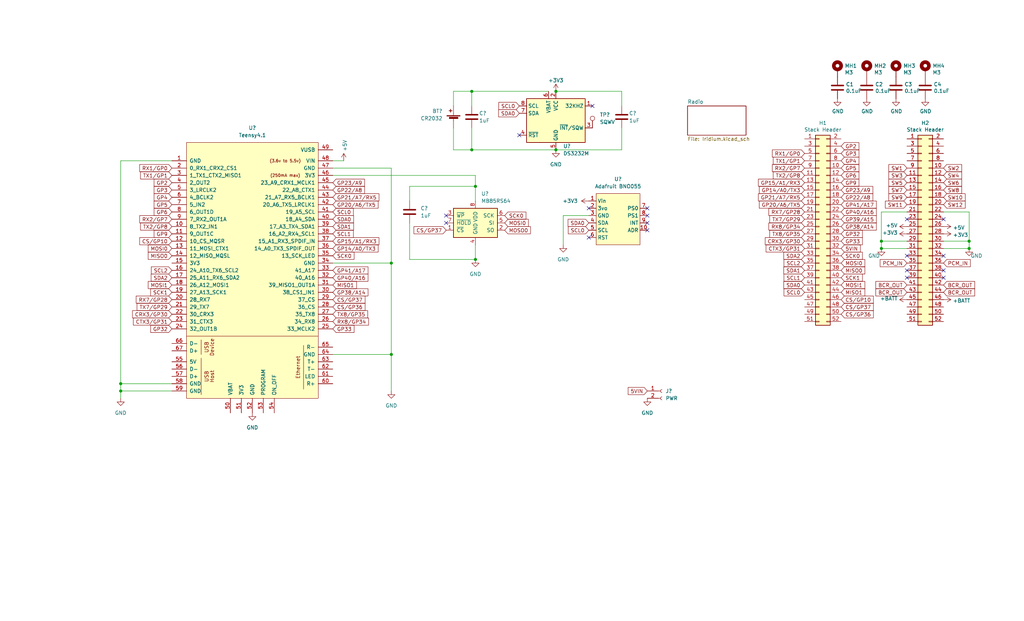
<source format=kicad_sch>
(kicad_sch (version 20211123) (generator eeschema)
  (paper "USLegal")
  (lib_symbols
    (symbol "Connector:Conn_01x02_Female" (pin_names (offset 1.016) hide)
      (property "Reference" "J" (at 0 2.54 0))
      (property "Value" "Conn_01x02_Female" (at 0 -5.08 0))
      (symbol "Conn_01x02_Female_1_1"
        (arc (start 0 -2.032) (mid -0.508 -2.54) (end 0 -3.048) (stroke (width 0.1524)))
        (polyline (pts (xy -1.27 -2.54) (xy -0.508 -2.54)) (stroke (width 0.1524)))
        (polyline (pts (xy -1.27 0) (xy -0.508 0)) (stroke (width 0.1524)))
        (arc (start 0 0.508) (mid -0.508 0) (end 0 -0.508) (stroke (width 0.1524)))
        (pin passive line (at -5.08 0 0) (length 3.81) (name "Pin_1") (number "1"))
        (pin passive line (at -5.08 -2.54 0) (length 3.81) (name "Pin_2") (number "2"))
      )
    )
    (symbol "Connector:TestPoint" (pin_numbers hide) (pin_names (offset 0.762) hide)
      (property "Reference" "TP" (at 0 6.858 0))
      (property "Value" "TestPoint" (at 0 5.08 0))
      (symbol "TestPoint_0_1"
        (circle (center 0 3.302) (radius 0.762))
      )
      (symbol "TestPoint_1_1"
        (pin passive line (at 0 0 90) (length 2.54) (name "1") (number "1"))
      )
    )
    (symbol "Connector_Generic:Conn_02x26_Odd_Even" (pin_names (offset 1.016) hide)
      (property "Reference" "J" (at 1.27 33.02 0))
      (property "Value" "Conn_02x26_Odd_Even" (at 1.27 -35.56 0))
      (symbol "Conn_02x26_Odd_Even_1_1"
        (rectangle (start -1.27 -32.893) (end 0 -33.147) (stroke (width 0.1524)))
        (rectangle (start -1.27 -30.353) (end 0 -30.607) (stroke (width 0.1524)))
        (rectangle (start -1.27 -27.813) (end 0 -28.067) (stroke (width 0.1524)))
        (rectangle (start -1.27 -25.273) (end 0 -25.527) (stroke (width 0.1524)))
        (rectangle (start -1.27 -22.733) (end 0 -22.987) (stroke (width 0.1524)))
        (rectangle (start -1.27 -20.193) (end 0 -20.447) (stroke (width 0.1524)))
        (rectangle (start -1.27 -17.653) (end 0 -17.907) (stroke (width 0.1524)))
        (rectangle (start -1.27 -15.113) (end 0 -15.367) (stroke (width 0.1524)))
        (rectangle (start -1.27 -12.573) (end 0 -12.827) (stroke (width 0.1524)))
        (rectangle (start -1.27 -10.033) (end 0 -10.287) (stroke (width 0.1524)))
        (rectangle (start -1.27 -7.493) (end 0 -7.747) (stroke (width 0.1524)))
        (rectangle (start -1.27 -4.953) (end 0 -5.207) (stroke (width 0.1524)))
        (rectangle (start -1.27 -2.413) (end 0 -2.667) (stroke (width 0.1524)))
        (rectangle (start -1.27 0.127) (end 0 -0.127) (stroke (width 0.1524)))
        (rectangle (start -1.27 2.667) (end 0 2.413) (stroke (width 0.1524)))
        (rectangle (start -1.27 5.207) (end 0 4.953) (stroke (width 0.1524)))
        (rectangle (start -1.27 7.747) (end 0 7.493) (stroke (width 0.1524)))
        (rectangle (start -1.27 10.287) (end 0 10.033) (stroke (width 0.1524)))
        (rectangle (start -1.27 12.827) (end 0 12.573) (stroke (width 0.1524)))
        (rectangle (start -1.27 15.367) (end 0 15.113) (stroke (width 0.1524)))
        (rectangle (start -1.27 17.907) (end 0 17.653) (stroke (width 0.1524)))
        (rectangle (start -1.27 20.447) (end 0 20.193) (stroke (width 0.1524)))
        (rectangle (start -1.27 22.987) (end 0 22.733) (stroke (width 0.1524)))
        (rectangle (start -1.27 25.527) (end 0 25.273) (stroke (width 0.1524)))
        (rectangle (start -1.27 28.067) (end 0 27.813) (stroke (width 0.1524)))
        (rectangle (start -1.27 30.607) (end 0 30.353) (stroke (width 0.1524)))
        (rectangle (start -1.27 31.75) (end 3.81 -34.29) (stroke (width 0.254)) (fill (type background)))
        (rectangle (start 3.81 -32.893) (end 2.54 -33.147) (stroke (width 0.1524)))
        (rectangle (start 3.81 -30.353) (end 2.54 -30.607) (stroke (width 0.1524)))
        (rectangle (start 3.81 -27.813) (end 2.54 -28.067) (stroke (width 0.1524)))
        (rectangle (start 3.81 -25.273) (end 2.54 -25.527) (stroke (width 0.1524)))
        (rectangle (start 3.81 -22.733) (end 2.54 -22.987) (stroke (width 0.1524)))
        (rectangle (start 3.81 -20.193) (end 2.54 -20.447) (stroke (width 0.1524)))
        (rectangle (start 3.81 -17.653) (end 2.54 -17.907) (stroke (width 0.1524)))
        (rectangle (start 3.81 -15.113) (end 2.54 -15.367) (stroke (width 0.1524)))
        (rectangle (start 3.81 -12.573) (end 2.54 -12.827) (stroke (width 0.1524)))
        (rectangle (start 3.81 -10.033) (end 2.54 -10.287) (stroke (width 0.1524)))
        (rectangle (start 3.81 -7.493) (end 2.54 -7.747) (stroke (width 0.1524)))
        (rectangle (start 3.81 -4.953) (end 2.54 -5.207) (stroke (width 0.1524)))
        (rectangle (start 3.81 -2.413) (end 2.54 -2.667) (stroke (width 0.1524)))
        (rectangle (start 3.81 0.127) (end 2.54 -0.127) (stroke (width 0.1524)))
        (rectangle (start 3.81 2.667) (end 2.54 2.413) (stroke (width 0.1524)))
        (rectangle (start 3.81 5.207) (end 2.54 4.953) (stroke (width 0.1524)))
        (rectangle (start 3.81 7.747) (end 2.54 7.493) (stroke (width 0.1524)))
        (rectangle (start 3.81 10.287) (end 2.54 10.033) (stroke (width 0.1524)))
        (rectangle (start 3.81 12.827) (end 2.54 12.573) (stroke (width 0.1524)))
        (rectangle (start 3.81 15.367) (end 2.54 15.113) (stroke (width 0.1524)))
        (rectangle (start 3.81 17.907) (end 2.54 17.653) (stroke (width 0.1524)))
        (rectangle (start 3.81 20.447) (end 2.54 20.193) (stroke (width 0.1524)))
        (rectangle (start 3.81 22.987) (end 2.54 22.733) (stroke (width 0.1524)))
        (rectangle (start 3.81 25.527) (end 2.54 25.273) (stroke (width 0.1524)))
        (rectangle (start 3.81 28.067) (end 2.54 27.813) (stroke (width 0.1524)))
        (rectangle (start 3.81 30.607) (end 2.54 30.353) (stroke (width 0.1524)))
        (pin passive line (at -5.08 30.48 0) (length 3.81) (name "Pin_1") (number "1"))
        (pin passive line (at 7.62 20.32 180) (length 3.81) (name "Pin_10") (number "10"))
        (pin passive line (at -5.08 17.78 0) (length 3.81) (name "Pin_11") (number "11"))
        (pin passive line (at 7.62 17.78 180) (length 3.81) (name "Pin_12") (number "12"))
        (pin passive line (at -5.08 15.24 0) (length 3.81) (name "Pin_13") (number "13"))
        (pin passive line (at 7.62 15.24 180) (length 3.81) (name "Pin_14") (number "14"))
        (pin passive line (at -5.08 12.7 0) (length 3.81) (name "Pin_15") (number "15"))
        (pin passive line (at 7.62 12.7 180) (length 3.81) (name "Pin_16") (number "16"))
        (pin passive line (at -5.08 10.16 0) (length 3.81) (name "Pin_17") (number "17"))
        (pin passive line (at 7.62 10.16 180) (length 3.81) (name "Pin_18") (number "18"))
        (pin passive line (at -5.08 7.62 0) (length 3.81) (name "Pin_19") (number "19"))
        (pin passive line (at 7.62 30.48 180) (length 3.81) (name "Pin_2") (number "2"))
        (pin passive line (at 7.62 7.62 180) (length 3.81) (name "Pin_20") (number "20"))
        (pin passive line (at -5.08 5.08 0) (length 3.81) (name "Pin_21") (number "21"))
        (pin passive line (at 7.62 5.08 180) (length 3.81) (name "Pin_22") (number "22"))
        (pin passive line (at -5.08 2.54 0) (length 3.81) (name "Pin_23") (number "23"))
        (pin passive line (at 7.62 2.54 180) (length 3.81) (name "Pin_24") (number "24"))
        (pin passive line (at -5.08 0 0) (length 3.81) (name "Pin_25") (number "25"))
        (pin passive line (at 7.62 0 180) (length 3.81) (name "Pin_26") (number "26"))
        (pin passive line (at -5.08 -2.54 0) (length 3.81) (name "Pin_27") (number "27"))
        (pin passive line (at 7.62 -2.54 180) (length 3.81) (name "Pin_28") (number "28"))
        (pin passive line (at -5.08 -5.08 0) (length 3.81) (name "Pin_29") (number "29"))
        (pin passive line (at -5.08 27.94 0) (length 3.81) (name "Pin_3") (number "3"))
        (pin passive line (at 7.62 -5.08 180) (length 3.81) (name "Pin_30") (number "30"))
        (pin passive line (at -5.08 -7.62 0) (length 3.81) (name "Pin_31") (number "31"))
        (pin passive line (at 7.62 -7.62 180) (length 3.81) (name "Pin_32") (number "32"))
        (pin passive line (at -5.08 -10.16 0) (length 3.81) (name "Pin_33") (number "33"))
        (pin passive line (at 7.62 -10.16 180) (length 3.81) (name "Pin_34") (number "34"))
        (pin passive line (at -5.08 -12.7 0) (length 3.81) (name "Pin_35") (number "35"))
        (pin passive line (at 7.62 -12.7 180) (length 3.81) (name "Pin_36") (number "36"))
        (pin passive line (at -5.08 -15.24 0) (length 3.81) (name "Pin_37") (number "37"))
        (pin passive line (at 7.62 -15.24 180) (length 3.81) (name "Pin_38") (number "38"))
        (pin passive line (at -5.08 -17.78 0) (length 3.81) (name "Pin_39") (number "39"))
        (pin passive line (at 7.62 27.94 180) (length 3.81) (name "Pin_4") (number "4"))
        (pin passive line (at 7.62 -17.78 180) (length 3.81) (name "Pin_40") (number "40"))
        (pin passive line (at -5.08 -20.32 0) (length 3.81) (name "Pin_41") (number "41"))
        (pin passive line (at 7.62 -20.32 180) (length 3.81) (name "Pin_42") (number "42"))
        (pin passive line (at -5.08 -22.86 0) (length 3.81) (name "Pin_43") (number "43"))
        (pin passive line (at 7.62 -22.86 180) (length 3.81) (name "Pin_44") (number "44"))
        (pin passive line (at -5.08 -25.4 0) (length 3.81) (name "Pin_45") (number "45"))
        (pin passive line (at 7.62 -25.4 180) (length 3.81) (name "Pin_46") (number "46"))
        (pin passive line (at -5.08 -27.94 0) (length 3.81) (name "Pin_47") (number "47"))
        (pin passive line (at 7.62 -27.94 180) (length 3.81) (name "Pin_48") (number "48"))
        (pin passive line (at -5.08 -30.48 0) (length 3.81) (name "Pin_49") (number "49"))
        (pin passive line (at -5.08 25.4 0) (length 3.81) (name "Pin_5") (number "5"))
        (pin passive line (at 7.62 -30.48 180) (length 3.81) (name "Pin_50") (number "50"))
        (pin passive line (at -5.08 -33.02 0) (length 3.81) (name "Pin_51") (number "51"))
        (pin passive line (at 7.62 -33.02 180) (length 3.81) (name "Pin_52") (number "52"))
        (pin passive line (at 7.62 25.4 180) (length 3.81) (name "Pin_6") (number "6"))
        (pin passive line (at -5.08 22.86 0) (length 3.81) (name "Pin_7") (number "7"))
        (pin passive line (at 7.62 22.86 180) (length 3.81) (name "Pin_8") (number "8"))
        (pin passive line (at -5.08 20.32 0) (length 3.81) (name "Pin_9") (number "9"))
      )
    )
    (symbol "Device:Battery_Cell" (pin_numbers hide) (pin_names (offset 0) hide)
      (property "Reference" "BT" (at 2.54 2.54 0))
      (property "Value" "Battery_Cell" (at 2.54 0 0))
      (symbol "Battery_Cell_0_1"
        (rectangle (start -2.286 1.778) (end 2.286 1.524) (fill (type outline)))
        (rectangle (start -1.5748 1.1938) (end 1.4732 0.6858) (fill (type outline)))
        (polyline (pts (xy 0 0.762) (xy 0 0)))
        (polyline (pts (xy 0 1.778) (xy 0 2.54)))
        (polyline (pts (xy 0.508 3.429) (xy 1.524 3.429)) (stroke (width 0.254)))
        (polyline (pts (xy 1.016 3.937) (xy 1.016 2.921)) (stroke (width 0.254)))
      )
      (symbol "Battery_Cell_1_1"
        (pin passive line (at 0 5.08 270) (length 2.54) (name "+") (number "1"))
        (pin passive line (at 0 -2.54 90) (length 2.54) (name "-") (number "2"))
      )
    )
    (symbol "Device:C" (pin_numbers hide) (pin_names (offset 0.254))
      (property "Reference" "C" (at 0.635 2.54 0))
      (property "Value" "C" (at 0.635 -2.54 0))
      (symbol "C_0_1"
        (polyline (pts (xy -2.032 -0.762) (xy 2.032 -0.762)) (stroke (width 0.508)))
        (polyline (pts (xy -2.032 0.762) (xy 2.032 0.762)) (stroke (width 0.508)))
      )
      (symbol "C_1_1"
        (pin passive line (at 0 3.81 270) (length 2.794) (name "~") (number "1"))
        (pin passive line (at 0 -3.81 90) (length 2.794) (name "~") (number "2"))
      )
    )
    (symbol "Mechanical:MountingHole_Pad" (pin_numbers hide) (pin_names (offset 1.016) hide)
      (property "Reference" "H" (at 0 6.35 0))
      (property "Value" "MountingHole_Pad" (at 0 4.445 0))
      (symbol "MountingHole_Pad_0_1"
        (circle (center 0 1.27) (radius 1.27) (stroke (width 1.27)))
      )
      (symbol "MountingHole_Pad_1_1"
        (pin input line (at 0 -2.54 90) (length 2.54) (name "1") (number "1"))
      )
    )
    (symbol "Memory_NVRAM:MB85RS64" (pin_names (offset 1.016))
      (property "Reference" "U" (at -7.62 6.35 0))
      (property "Value" "MB85RS64" (at 1.27 6.35 0))
      (symbol "MB85RS64_0_1"
        (rectangle (start -7.62 5.08) (end 7.62 -5.08) (stroke (width 0.254)) (fill (type background)))
      )
      (symbol "MB85RS64_1_1"
        (pin input line (at -10.16 -2.54 0) (length 2.54) (name "~{CS}") (number "1"))
        (pin output line (at 10.16 -2.54 180) (length 2.54) (name "SO") (number "2"))
        (pin input line (at -10.16 2.54 0) (length 2.54) (name "~{WP}") (number "3"))
        (pin power_in line (at 0 -7.62 90) (length 2.54) (name "GND") (number "4"))
        (pin input line (at 10.16 0 180) (length 2.54) (name "SI") (number "5"))
        (pin input line (at 10.16 2.54 180) (length 2.54) (name "SCK") (number "6"))
        (pin input line (at -10.16 0 0) (length 2.54) (name "~{HOLD}") (number "7"))
        (pin power_in line (at 0 7.62 270) (length 2.54) (name "VDD") (number "8"))
      )
    )
    (symbol "Symbols:Adafruit BNO055"
      (property "Reference" "U" (at 0 1.27 0))
      (property "Value" "Adafruit BNO055" (at 0 3.81 0))
      (symbol "Adafruit BNO055_0_1"
        (rectangle (start -7.62 0) (end 7.62 -17.78) (fill (type background)))
      )
      (symbol "Adafruit BNO055_1_1"
        (pin input line (at -10.16 -2.54 0) (length 2.54) (name "Vin") (number "1"))
        (pin input line (at 10.16 -12.7 180) (length 2.54) (name "ADR") (number "10"))
        (pin input line (at -10.16 -5.08 0) (length 2.54) (name "3vo") (number "2"))
        (pin input line (at -10.16 -7.62 0) (length 2.54) (name "GND") (number "3"))
        (pin input line (at -10.16 -10.16 0) (length 2.54) (name "SDA") (number "4"))
        (pin input line (at -10.16 -12.7 0) (length 2.54) (name "SCL") (number "5"))
        (pin input line (at -10.16 -15.24 0) (length 2.54) (name "RST") (number "6"))
        (pin input line (at 10.16 -5.08 180) (length 2.54) (name "PS0") (number "7"))
        (pin input line (at 10.16 -7.62 180) (length 2.54) (name "PS1") (number "8"))
        (pin input line (at 10.16 -10.16 180) (length 2.54) (name "INT") (number "9"))
      )
    )
    (symbol "Timer_RTC:DS3232M"
      (property "Reference" "U" (at -7.62 8.89 0))
      (property "Value" "DS3232M" (at 10.16 8.89 0))
      (symbol "DS3232M_0_1"
        (rectangle (start -10.16 7.62) (end 10.16 -7.62) (stroke (width 0.254)) (fill (type background)))
      )
      (symbol "DS3232M_1_1"
        (pin output line (at 12.7 5.08 180) (length 2.54) (name "32KHZ") (number "1"))
        (pin power_in line (at 0 10.16 270) (length 2.54) (name "VCC") (number "2"))
        (pin open_collector line (at 12.7 -2.54 180) (length 2.54) (name "~{INT}/SQW") (number "3"))
        (pin bidirectional line (at -12.7 -5.08 0) (length 2.54) (name "~{RST}") (number "4"))
        (pin power_in line (at 0 -10.16 90) (length 2.54) (name "GND") (number "5"))
        (pin power_in line (at -2.54 10.16 270) (length 2.54) (name "VBAT") (number "6"))
        (pin bidirectional line (at -12.7 2.54 0) (length 2.54) (name "SDA") (number "7"))
        (pin input line (at -12.7 5.08 0) (length 2.54) (name "SCL") (number "8"))
      )
    )
    (symbol "power:+3.3V" (power) (pin_names (offset 0))
      (property "Value" "+3.3V" (at 0 3.556 0))
      (symbol "+3.3V_0_1"
        (polyline (pts (xy -0.762 1.27) (xy 0 2.54)))
        (polyline (pts (xy 0 0) (xy 0 2.54)))
        (polyline (pts (xy 0 2.54) (xy 0.762 1.27)))
      )
      (symbol "+3.3V_1_1"
        (pin power_in line (at 0 0 90) (length 0) hide (name "+3V3") (number "1"))
      )
    )
    (symbol "power:+3V3" (power) (pin_names (offset 0))
      (property "Value" "+3V3" (at 0 3.556 0))
      (symbol "+3V3_0_1"
        (polyline (pts (xy -0.762 1.27) (xy 0 2.54)))
        (polyline (pts (xy 0 0) (xy 0 2.54)))
        (polyline (pts (xy 0 2.54) (xy 0.762 1.27)))
      )
      (symbol "+3V3_1_1"
        (pin power_in line (at 0 0 90) (length 0) hide (name "+3V3") (number "1"))
      )
    )
    (symbol "power:+5V" (power) (pin_names (offset 0))
      (property "Value" "+5V" (at 0 3.556 0))
      (symbol "+5V_0_1"
        (polyline (pts (xy -0.762 1.27) (xy 0 2.54)))
        (polyline (pts (xy 0 0) (xy 0 2.54)))
        (polyline (pts (xy 0 2.54) (xy 0.762 1.27)))
      )
      (symbol "+5V_1_1"
        (pin power_in line (at 0 0 90) (length 0) hide (name "+5V") (number "1"))
      )
    )
    (symbol "power:+BATT" (power) (pin_names (offset 0))
      (property "Value" "+BATT" (at 0 3.556 0))
      (symbol "+BATT_0_1"
        (polyline (pts (xy -0.762 1.27) (xy 0 2.54)))
        (polyline (pts (xy 0 0) (xy 0 2.54)))
        (polyline (pts (xy 0 2.54) (xy 0.762 1.27)))
      )
      (symbol "+BATT_1_1"
        (pin power_in line (at 0 0 90) (length 0) hide (name "+BATT") (number "1"))
      )
    )
    (symbol "power:GND" (power) (pin_names (offset 0))
      (property "Value" "GND" (at 0 -3.81 0))
      (symbol "GND_0_1"
        (polyline (pts (xy 0 0) (xy 0 -1.27) (xy 1.27 -1.27) (xy 0 -2.54) (xy -1.27 -1.27) (xy 0 -1.27)))
      )
      (symbol "GND_1_1"
        (pin power_in line (at 0 0 270) (length 0) hide (name "GND") (number "1"))
      )
    )
    (symbol "teensy:Teensy4.1" (pin_names (offset 1.016))
      (property "Reference" "U" (at 0 64.77 0))
      (property "Value" "Teensy4.1" (at 0 62.23 0))
      (symbol "Teensy4.1_0_0"
        (polyline (pts (xy -22.86 -6.35) (xy 22.86 -6.35)))
        (polyline (pts (xy -17.78 -26.67) (xy -17.78 -13.97)))
        (polyline (pts (xy -17.78 -7.62) (xy -17.78 -12.7)))
        (polyline (pts (xy 17.78 -9.525) (xy 17.78 -24.765)))
        (text "(250mA max)" (at 11.43 49.53 0) (effects (font (size 1.016 1.016))))
        (text "(3.6v to 5.5v)" (at 11.43 54.61 0) (effects (font (size 1.016 1.016))))
        (text "Device" (at -13.97 -10.16 900) (effects (font (size 1.27 1.27))))
        (text "Ethernet" (at 15.875 -17.145 900) (effects (font (size 1.27 1.27))))
        (text "Host" (at -13.97 -20.32 900) (effects (font (size 1.27 1.27))))
        (text "USB" (at -15.875 -20.32 900) (effects (font (size 1.27 1.27))))
        (text "USB" (at -15.875 -10.16 900) (effects (font (size 1.27 1.27))))
        (pin bidirectional line (at -27.94 31.75 0) (length 5.08) (name "8_TX2_IN1") (number "10"))
        (pin bidirectional line (at -27.94 29.21 0) (length 5.08) (name "9_OUT1C") (number "11"))
        (pin bidirectional line (at -27.94 26.67 0) (length 5.08) (name "10_CS_MQSR") (number "12"))
        (pin bidirectional line (at -27.94 24.13 0) (length 5.08) (name "11_MOSI_CTX1") (number "13"))
        (pin bidirectional line (at -27.94 21.59 0) (length 5.08) (name "12_MISO_MQSL") (number "14"))
        (pin power_in line (at -27.94 19.05 0) (length 5.08) (name "3V3") (number "15"))
        (pin bidirectional line (at -27.94 16.51 0) (length 5.08) (name "24_A10_TX6_SCL2") (number "16"))
        (pin bidirectional line (at -27.94 13.97 0) (length 5.08) (name "25_A11_RX6_SDA2") (number "17"))
        (pin bidirectional line (at -27.94 11.43 0) (length 5.08) (name "26_A12_MOSI1") (number "18"))
        (pin bidirectional line (at -27.94 8.89 0) (length 5.08) (name "27_A13_SCK1") (number "19"))
        (pin bidirectional line (at -27.94 6.35 0) (length 5.08) (name "28_RX7") (number "20"))
        (pin bidirectional line (at -27.94 3.81 0) (length 5.08) (name "29_TX7") (number "21"))
        (pin bidirectional line (at -27.94 1.27 0) (length 5.08) (name "30_CRX3") (number "22"))
        (pin bidirectional line (at -27.94 -1.27 0) (length 5.08) (name "31_CTX3") (number "23"))
        (pin bidirectional line (at -27.94 -3.81 0) (length 5.08) (name "32_OUT1B") (number "24"))
        (pin bidirectional line (at 27.94 -3.81 180) (length 5.08) (name "33_MCLK2") (number "25"))
        (pin bidirectional line (at 27.94 -1.27 180) (length 5.08) (name "34_RX8") (number "26"))
        (pin bidirectional line (at 27.94 1.27 180) (length 5.08) (name "35_TX8") (number "27"))
        (pin bidirectional line (at 27.94 3.81 180) (length 5.08) (name "36_CS") (number "28"))
        (pin bidirectional line (at 27.94 6.35 180) (length 5.08) (name "37_CS") (number "29"))
        (pin bidirectional line (at 27.94 8.89 180) (length 5.08) (name "38_CS1_IN1") (number "30"))
        (pin bidirectional line (at 27.94 11.43 180) (length 5.08) (name "39_MISO1_OUT1A") (number "31"))
        (pin bidirectional line (at 27.94 13.97 180) (length 5.08) (name "40_A16") (number "32"))
        (pin bidirectional line (at 27.94 16.51 180) (length 5.08) (name "41_A17") (number "33"))
        (pin bidirectional line (at 27.94 21.59 180) (length 5.08) (name "13_SCK_LED") (number "35"))
        (pin bidirectional line (at 27.94 24.13 180) (length 5.08) (name "14_A0_TX3_SPDIF_OUT") (number "36"))
        (pin bidirectional line (at 27.94 26.67 180) (length 5.08) (name "15_A1_RX3_SPDIF_IN") (number "37"))
        (pin bidirectional line (at 27.94 29.21 180) (length 5.08) (name "16_A2_RX4_SCL1") (number "38"))
        (pin bidirectional line (at 27.94 31.75 180) (length 5.08) (name "17_A3_TX4_SDA1") (number "39"))
        (pin bidirectional line (at 27.94 34.29 180) (length 5.08) (name "18_A4_SDA") (number "40"))
        (pin bidirectional line (at 27.94 36.83 180) (length 5.08) (name "19_A5_SCL") (number "41"))
        (pin bidirectional line (at 27.94 39.37 180) (length 5.08) (name "20_A6_TX5_LRCLK1") (number "42"))
        (pin bidirectional line (at 27.94 41.91 180) (length 5.08) (name "21_A7_RX5_BCLK1") (number "43"))
        (pin bidirectional line (at 27.94 44.45 180) (length 5.08) (name "22_A8_CTX1") (number "44"))
        (pin bidirectional line (at 27.94 46.99 180) (length 5.08) (name "23_A9_CRX1_MCLK1") (number "45"))
        (pin output line (at 27.94 49.53 180) (length 5.08) (name "3V3") (number "46"))
        (pin output line (at 27.94 52.07 180) (length 5.08) (name "GND") (number "47"))
        (pin power_in line (at 27.94 54.61 180) (length 5.08) (name "VIN") (number "48"))
        (pin power_out line (at 27.94 58.42 180) (length 5.08) (name "VUSB") (number "49"))
        (pin bidirectional line (at -27.94 44.45 0) (length 5.08) (name "3_LRCLK2") (number "5"))
        (pin power_in line (at -7.62 -33.02 90) (length 5.08) (name "VBAT") (number "50"))
        (pin power_in line (at -3.81 -33.02 90) (length 5.08) (name "3V3") (number "51"))
        (pin input line (at 0 -33.02 90) (length 5.08) (name "GND") (number "52"))
        (pin input line (at 3.81 -33.02 90) (length 5.08) (name "PROGRAM") (number "53"))
        (pin input line (at 7.62 -33.02 90) (length 5.08) (name "ON_OFF") (number "54"))
        (pin power_out line (at -27.94 -15.24 0) (length 5.08) (name "5V") (number "55"))
        (pin bidirectional line (at -27.94 -17.78 0) (length 5.08) (name "D-") (number "56"))
        (pin bidirectional line (at -27.94 -20.32 0) (length 5.08) (name "D+") (number "57"))
        (pin power_in line (at -27.94 -22.86 0) (length 5.08) (name "GND") (number "58"))
        (pin power_in line (at -27.94 -25.4 0) (length 5.08) (name "GND") (number "59"))
        (pin bidirectional line (at -27.94 41.91 0) (length 5.08) (name "4_BCLK2") (number "6"))
        (pin bidirectional line (at 27.94 -22.86 180) (length 5.08) (name "R+") (number "60"))
        (pin bidirectional line (at 27.94 -20.32 180) (length 5.08) (name "LED") (number "61"))
        (pin bidirectional line (at 27.94 -17.78 180) (length 5.08) (name "T-") (number "62"))
        (pin bidirectional line (at 27.94 -15.24 180) (length 5.08) (name "T+") (number "63"))
        (pin power_in line (at 27.94 -12.7 180) (length 5.08) (name "GND") (number "64"))
        (pin bidirectional line (at 27.94 -10.16 180) (length 5.08) (name "R-") (number "65"))
        (pin bidirectional line (at -27.94 -8.89 0) (length 5.08) (name "D-") (number "66"))
        (pin bidirectional line (at -27.94 -11.43 0) (length 5.08) (name "D+") (number "67"))
        (pin bidirectional line (at -27.94 39.37 0) (length 5.08) (name "5_IN2") (number "7"))
        (pin bidirectional line (at -27.94 36.83 0) (length 5.08) (name "6_OUT1D") (number "8"))
        (pin bidirectional line (at -27.94 34.29 0) (length 5.08) (name "7_RX2_OUT1A") (number "9"))
      )
      (symbol "Teensy4.1_0_1"
        (rectangle (start -22.86 60.96) (end 22.86 -27.94) (fill (type background)))
        (rectangle (start -20.32 -1.27) (end -20.32 -1.27))
      )
      (symbol "Teensy4.1_1_1"
        (pin power_in line (at -27.94 54.61 0) (length 5.08) (name "GND") (number "1"))
        (pin bidirectional line (at -27.94 52.07 0) (length 5.08) (name "0_RX1_CRX2_CS1") (number "2"))
        (pin bidirectional line (at -27.94 49.53 0) (length 5.08) (name "1_TX1_CTX2_MISO1") (number "3"))
        (pin power_in line (at 27.94 19.05 180) (length 5.08) (name "GND") (number "34"))
        (pin bidirectional line (at -27.94 46.99 0) (length 5.08) (name "2_OUT2") (number "4"))
      )
    )
  )
  (junction (at 165.1 64.77))
  (junction (at 336.55 86.36))
  (junction (at 165.1 90.17))
  (junction (at 163.83 31.75))
  (junction (at 306.07 83.82))
  (junction (at 135.89 123.19))
  (junction (at 193.04 31.75))
  (junction (at 41.91 133.35))
  (junction (at 41.91 135.89))
  (junction (at 135.89 91.44))
  (junction (at 336.55 83.82))
  (junction (at 163.83 52.07))
  (junction (at 306.07 86.36))
  (junction (at 193.04 52.07))
  (no_connect (at 314.96 93.98))
  (no_connect (at 314.96 88.9))
  (no_connect (at 327.66 88.9))
  (no_connect (at 180.34 46.99))
  (no_connect (at 205.74 36.83))
  (no_connect (at 204.47 72.39))
  (no_connect (at 224.79 80.01))
  (no_connect (at 154.94 74.93))
  (no_connect (at 224.79 74.93))
  (no_connect (at 224.79 72.39))
  (no_connect (at 224.79 77.47))
  (no_connect (at 204.47 82.55))
  (no_connect (at 314.96 76.2))
  (no_connect (at 314.96 96.52))
  (no_connect (at 327.66 93.98))
  (no_connect (at 327.66 96.52))
  (no_connect (at 327.66 76.2))
  (no_connect (at 154.94 77.47))
  (wire (pts (xy 115.57 123.19) (xy 135.89 123.19)))
  (wire (pts (xy 163.83 31.75) (xy 163.83 36.83)))
  (wire (pts (xy 135.89 58.42) (xy 115.57 58.42)))
  (wire (pts (xy 135.89 58.42) (xy 135.89 91.44)))
  (wire (pts (xy 157.48 52.07) (xy 163.83 52.07)))
  (wire (pts (xy 41.91 55.88) (xy 41.91 133.35)))
  (wire (pts (xy 41.91 133.35) (xy 59.69 133.35)))
  (wire (pts (xy 163.83 52.07) (xy 193.04 52.07)))
  (wire (pts (xy 306.07 73.66) (xy 306.07 83.82)))
  (wire (pts (xy 306.07 86.36) (xy 314.96 86.36)))
  (wire (pts (xy 190.5 31.75) (xy 163.83 31.75)))
  (wire (pts (xy 306.07 83.82) (xy 314.96 83.82)))
  (wire (pts (xy 41.91 135.89) (xy 59.69 135.89)))
  (wire (pts (xy 115.57 55.88) (xy 119.38 55.88)))
  (wire (pts (xy 163.83 44.45) (xy 163.83 52.07)))
  (wire (pts (xy 195.58 85.09) (xy 195.58 74.93)))
  (wire (pts (xy 115.57 60.96) (xy 165.1 60.96)))
  (wire (pts (xy 195.58 74.93) (xy 204.47 74.93)))
  (wire (pts (xy 41.91 133.35) (xy 41.91 135.89)))
  (wire (pts (xy 41.91 135.89) (xy 41.91 138.43)))
  (wire (pts (xy 215.9 44.45) (xy 215.9 52.07)))
  (wire (pts (xy 327.66 86.36) (xy 336.55 86.36)))
  (wire (pts (xy 59.69 55.88) (xy 41.91 55.88)))
  (wire (pts (xy 336.55 73.66) (xy 336.55 83.82)))
  (wire (pts (xy 157.48 44.45) (xy 157.48 52.07)))
  (wire (pts (xy 165.1 60.96) (xy 165.1 64.77)))
  (wire (pts (xy 193.04 52.07) (xy 215.9 52.07)))
  (wire (pts (xy 336.55 73.66) (xy 327.66 73.66)))
  (wire (pts (xy 336.55 83.82) (xy 336.55 86.36)))
  (wire (pts (xy 142.24 90.17) (xy 142.24 77.47)))
  (wire (pts (xy 193.04 31.75) (xy 215.9 31.75)))
  (wire (pts (xy 327.66 83.82) (xy 336.55 83.82)))
  (wire (pts (xy 306.07 83.82) (xy 306.07 86.36)))
  (wire (pts (xy 135.89 135.89) (xy 135.89 123.19)))
  (wire (pts (xy 135.89 123.19) (xy 135.89 91.44)))
  (wire (pts (xy 165.1 64.77) (xy 165.1 69.85)))
  (wire (pts (xy 157.48 31.75) (xy 157.48 36.83)))
  (wire (pts (xy 165.1 85.09) (xy 165.1 90.17)))
  (wire (pts (xy 314.96 73.66) (xy 306.07 73.66)))
  (wire (pts (xy 215.9 31.75) (xy 215.9 36.83)))
  (wire (pts (xy 142.24 90.17) (xy 165.1 90.17)))
  (wire (pts (xy 115.57 91.44) (xy 135.89 91.44)))
  (wire (pts (xy 163.83 31.75) (xy 157.48 31.75)))
  (wire (pts (xy 142.24 64.77) (xy 165.1 64.77)))
  (wire (pts (xy 142.24 69.85) (xy 142.24 64.77)))
  (global_label "GP4" (shape input) (at 292.1 55.88 0) (property "Intersheet References" "${INTERSHEET_REFS}" (effects hide)))
  (global_label "SDA1" (shape input) (at 115.57 78.74 0) (property "Intersheet References" "${INTERSHEET_REFS}" (effects hide)))
  (global_label "CS{slash}GP37" (shape input) (at 154.94 80.01 180) (property "Intersheet References" "${INTERSHEET_REFS}" (effects hide)))
  (global_label "SCK0" (shape input) (at 115.57 88.9 0) (property "Intersheet References" "${INTERSHEET_REFS}" (effects hide)))
  (global_label "MOSO0" (shape input) (at 175.26 80.01 0) (property "Intersheet References" "${INTERSHEET_REFS}" (effects hide)))
  (global_label "GP32" (shape input) (at 59.69 114.3 180) (property "Intersheet References" "${INTERSHEET_REFS}" (effects hide)))
  (global_label "TX8{slash}GP35" (shape input) (at 279.4 81.28 180) (property "Intersheet References" "${INTERSHEET_REFS}" (effects hide)))
  (global_label "CRX3{slash}GP30" (shape input) (at 279.4 83.82 180) (property "Intersheet References" "${INTERSHEET_REFS}" (effects hide)))
  (global_label "SW3" (shape input) (at 314.96 60.96 180) (property "Intersheet References" "${INTERSHEET_REFS}" (effects hide)))
  (global_label "SCK1" (shape input) (at 292.1 96.52 0) (property "Intersheet References" "${INTERSHEET_REFS}" (effects hide)))
  (global_label "SCL0" (shape input) (at 204.47 80.01 180) (property "Intersheet References" "${INTERSHEET_REFS}" (effects hide)))
  (global_label "SDA2" (shape input) (at 59.69 96.52 180) (property "Intersheet References" "${INTERSHEET_REFS}" (effects hide)))
  (global_label "CS{slash}GP36" (shape input) (at 115.57 106.68 0) (property "Intersheet References" "${INTERSHEET_REFS}" (effects hide)))
  (global_label "RX8{slash}GP34" (shape input) (at 279.4 78.74 180) (property "Intersheet References" "${INTERSHEET_REFS}" (effects hide)))
  (global_label "SCL1" (shape input) (at 115.57 81.28 0) (property "Intersheet References" "${INTERSHEET_REFS}" (effects hide)))
  (global_label "GP2" (shape input) (at 59.69 63.5 180) (property "Intersheet References" "${INTERSHEET_REFS}" (effects hide)))
  (global_label "CTX3{slash}GP31" (shape input) (at 59.69 111.76 180) (property "Intersheet References" "${INTERSHEET_REFS}" (effects hide)))
  (global_label "TX1{slash}GP1" (shape input) (at 279.4 55.88 180) (property "Intersheet References" "${INTERSHEET_REFS}" (effects hide)))
  (global_label "SDA0" (shape input) (at 204.47 77.47 180) (property "Intersheet References" "${INTERSHEET_REFS}" (effects hide)))
  (global_label "SCL0" (shape input) (at 180.34 36.83 180) (property "Intersheet References" "${INTERSHEET_REFS}" (effects hide)))
  (global_label "RX2{slash}GP7" (shape input) (at 59.69 76.2 180) (property "Intersheet References" "${INTERSHEET_REFS}" (effects hide)))
  (global_label "MISO1" (shape input) (at 115.57 99.06 0) (property "Intersheet References" "${INTERSHEET_REFS}" (effects hide)))
  (global_label "5VIN" (shape input) (at 224.79 135.89 180) (property "Intersheet References" "${INTERSHEET_REFS}" (effects hide)))
  (global_label "RX2{slash}GP7" (shape input) (at 279.4 58.42 180) (property "Intersheet References" "${INTERSHEET_REFS}" (effects hide)))
  (global_label "SW11" (shape input) (at 314.96 71.12 180) (property "Intersheet References" "${INTERSHEET_REFS}" (effects hide)))
  (global_label "GP2" (shape input) (at 292.1 50.8 0) (property "Intersheet References" "${INTERSHEET_REFS}" (effects hide)))
  (global_label "SW5" (shape input) (at 314.96 63.5 180) (property "Intersheet References" "${INTERSHEET_REFS}" (effects hide)))
  (global_label "BCR_OUT" (shape input) (at 327.66 99.06 0) (property "Intersheet References" "${INTERSHEET_REFS}" (effects hide)))
  (global_label "SCL2" (shape input) (at 59.69 93.98 180) (property "Intersheet References" "${INTERSHEET_REFS}" (effects hide)))
  (global_label "GP38{slash}A14" (shape input) (at 292.1 78.74 0) (property "Intersheet References" "${INTERSHEET_REFS}" (effects hide)))
  (global_label "5VIN" (shape input) (at 292.1 86.36 0) (property "Intersheet References" "${INTERSHEET_REFS}" (effects hide)))
  (global_label "GP39{slash}A15" (shape input) (at 292.1 76.2 0) (property "Intersheet References" "${INTERSHEET_REFS}" (effects hide)))
  (global_label "CS{slash}GP37" (shape input) (at 115.57 104.14 0) (property "Intersheet References" "${INTERSHEET_REFS}" (effects hide)))
  (global_label "GP21{slash}A7{slash}RX5" (shape input) (at 279.4 68.58 180) (property "Intersheet References" "${INTERSHEET_REFS}" (effects hide)))
  (global_label "SW8" (shape input) (at 327.66 66.04 0) (property "Intersheet References" "${INTERSHEET_REFS}" (effects hide)))
  (global_label "SW1" (shape input) (at 314.96 58.42 180) (property "Intersheet References" "${INTERSHEET_REFS}" (effects hide)))
  (global_label "GP20{slash}A6{slash}TX5" (shape input) (at 279.4 71.12 180) (property "Intersheet References" "${INTERSHEET_REFS}" (effects hide)))
  (global_label "GP41{slash}A17" (shape input) (at 115.57 93.98 0) (property "Intersheet References" "${INTERSHEET_REFS}" (effects hide)))
  (global_label "TX8{slash}GP35" (shape input) (at 115.57 109.22 0) (property "Intersheet References" "${INTERSHEET_REFS}" (effects hide)))
  (global_label "GP40{slash}A16" (shape input) (at 292.1 73.66 0) (property "Intersheet References" "${INTERSHEET_REFS}" (effects hide)))
  (global_label "GP33" (shape input) (at 292.1 83.82 0) (property "Intersheet References" "${INTERSHEET_REFS}" (effects hide)))
  (global_label "MISO1" (shape input) (at 292.1 101.6 0) (property "Intersheet References" "${INTERSHEET_REFS}" (effects hide)))
  (global_label "GP23{slash}A9" (shape input) (at 115.57 63.5 0) (property "Intersheet References" "${INTERSHEET_REFS}" (effects hide)))
  (global_label "GP21{slash}A7{slash}RX5" (shape input) (at 115.57 68.58 0) (property "Intersheet References" "${INTERSHEET_REFS}" (effects hide)))
  (global_label "GP4" (shape input) (at 59.69 68.58 180) (property "Intersheet References" "${INTERSHEET_REFS}" (effects hide)))
  (global_label "GP15{slash}A1{slash}RX3" (shape input) (at 279.4 63.5 180) (property "Intersheet References" "${INTERSHEET_REFS}" (effects hide)))
  (global_label "RX1{slash}GP0" (shape input) (at 279.4 53.34 180) (property "Intersheet References" "${INTERSHEET_REFS}" (effects hide)))
  (global_label "MOSI0" (shape input) (at 59.69 86.36 180) (property "Intersheet References" "${INTERSHEET_REFS}" (effects hide)))
  (global_label "SW10" (shape input) (at 327.66 68.58 0) (property "Intersheet References" "${INTERSHEET_REFS}" (effects hide)))
  (global_label "SCK0" (shape input) (at 292.1 88.9 0) (property "Intersheet References" "${INTERSHEET_REFS}" (effects hide)))
  (global_label "SCL0" (shape input) (at 279.4 101.6 180) (property "Intersheet References" "${INTERSHEET_REFS}" (effects hide)))
  (global_label "BCR_OUT" (shape input) (at 327.66 101.6 0) (property "Intersheet References" "${INTERSHEET_REFS}" (effects hide)))
  (global_label "SCL1" (shape input) (at 279.4 96.52 180) (property "Intersheet References" "${INTERSHEET_REFS}" (effects hide)))
  (global_label "RX8{slash}GP34" (shape input) (at 115.57 111.76 0) (property "Intersheet References" "${INTERSHEET_REFS}" (effects hide)))
  (global_label "MOSI0" (shape input) (at 292.1 91.44 0) (property "Intersheet References" "${INTERSHEET_REFS}" (effects hide)))
  (global_label "MOSI1" (shape input) (at 292.1 99.06 0) (property "Intersheet References" "${INTERSHEET_REFS}" (effects hide)))
  (global_label "GP40{slash}A16" (shape input) (at 115.57 96.52 0) (property "Intersheet References" "${INTERSHEET_REFS}" (effects hide)))
  (global_label "BCR_OUT" (shape input) (at 314.96 101.6 180) (property "Intersheet References" "${INTERSHEET_REFS}" (effects hide)))
  (global_label "TX2{slash}GP8" (shape input) (at 279.4 60.96 180) (property "Intersheet References" "${INTERSHEET_REFS}" (effects hide)))
  (global_label "RX1{slash}GP0" (shape input) (at 59.69 58.42 180) (property "Intersheet References" "${INTERSHEET_REFS}" (effects hide)))
  (global_label "TX7{slash}GP29" (shape input) (at 59.69 106.68 180) (property "Intersheet References" "${INTERSHEET_REFS}" (effects hide)))
  (global_label "SW6" (shape input) (at 327.66 63.5 0) (property "Intersheet References" "${INTERSHEET_REFS}" (effects hide)))
  (global_label "GP6" (shape input) (at 59.69 73.66 180) (property "Intersheet References" "${INTERSHEET_REFS}" (effects hide)))
  (global_label "GP9" (shape input) (at 292.1 63.5 0) (property "Intersheet References" "${INTERSHEET_REFS}" (effects hide)))
  (global_label "TX7{slash}GP29" (shape input) (at 279.4 76.2 180) (property "Intersheet References" "${INTERSHEET_REFS}" (effects hide)))
  (global_label "BCR_OUT" (shape input) (at 314.96 99.06 180) (property "Intersheet References" "${INTERSHEET_REFS}" (effects hide)))
  (global_label "RX7{slash}GP28" (shape input) (at 279.4 73.66 180) (property "Intersheet References" "${INTERSHEET_REFS}" (effects hide)))
  (global_label "SCL2" (shape input) (at 279.4 91.44 180) (property "Intersheet References" "${INTERSHEET_REFS}" (effects hide)))
  (global_label "MISO0" (shape input) (at 292.1 93.98 0) (property "Intersheet References" "${INTERSHEET_REFS}" (effects hide)))
  (global_label "CS{slash}GP36" (shape input) (at 292.1 109.22 0) (property "Intersheet References" "${INTERSHEET_REFS}" (effects hide)))
  (global_label "GP9" (shape input) (at 59.69 81.28 180) (property "Intersheet References" "${INTERSHEET_REFS}" (effects hide)))
  (global_label "MISO0" (shape input) (at 59.69 88.9 180) (property "Intersheet References" "${INTERSHEET_REFS}" (effects hide)))
  (global_label "GP23{slash}A9" (shape input) (at 292.1 66.04 0) (property "Intersheet References" "${INTERSHEET_REFS}" (effects hide)))
  (global_label "GP3" (shape input) (at 292.1 53.34 0) (property "Intersheet References" "${INTERSHEET_REFS}" (effects hide)))
  (global_label "GP6" (shape input) (at 292.1 60.96 0) (property "Intersheet References" "${INTERSHEET_REFS}" (effects hide)))
  (global_label "GP15{slash}A1{slash}RX3" (shape input) (at 115.57 83.82 0) (property "Intersheet References" "${INTERSHEET_REFS}" (effects hide)))
  (global_label "SDA0" (shape input) (at 115.57 76.2 0) (property "Intersheet References" "${INTERSHEET_REFS}" (effects hide)))
  (global_label "GP38{slash}A14" (shape input) (at 115.57 101.6 0) (property "Intersheet References" "${INTERSHEET_REFS}" (effects hide)))
  (global_label "RX7{slash}GP28" (shape input) (at 59.69 104.14 180) (property "Intersheet References" "${INTERSHEET_REFS}" (effects hide)))
  (global_label "CS{slash}GP37" (shape input) (at 292.1 106.68 0) (property "Intersheet References" "${INTERSHEET_REFS}" (effects hide)))
  (global_label "GP14{slash}A0{slash}TX3" (shape input) (at 279.4 66.04 180) (property "Intersheet References" "${INTERSHEET_REFS}" (effects hide)))
  (global_label "CRX3{slash}GP30" (shape input) (at 59.69 109.22 180) (property "Intersheet References" "${INTERSHEET_REFS}" (effects hide)))
  (global_label "MOSI1" (shape input) (at 59.69 99.06 180) (property "Intersheet References" "${INTERSHEET_REFS}" (effects hide)))
  (global_label "GP22{slash}A8" (shape input) (at 115.57 66.04 0) (property "Intersheet References" "${INTERSHEET_REFS}" (effects hide)))
  (global_label "SCK1" (shape input) (at 59.69 101.6 180) (property "Intersheet References" "${INTERSHEET_REFS}" (effects hide)))
  (global_label "SW7" (shape input) (at 314.96 66.04 180) (property "Intersheet References" "${INTERSHEET_REFS}" (effects hide)))
  (global_label "SW4" (shape input) (at 327.66 60.96 0) (property "Intersheet References" "${INTERSHEET_REFS}" (effects hide)))
  (global_label "SW2" (shape input) (at 327.66 58.42 0) (property "Intersheet References" "${INTERSHEET_REFS}" (effects hide)))
  (global_label "SDA0" (shape input) (at 279.4 99.06 180) (property "Intersheet References" "${INTERSHEET_REFS}" (effects hide)))
  (global_label "GP5" (shape input) (at 59.69 71.12 180) (property "Intersheet References" "${INTERSHEET_REFS}" (effects hide)))
  (global_label "GP5" (shape input) (at 292.1 58.42 0) (property "Intersheet References" "${INTERSHEET_REFS}" (effects hide)))
  (global_label "CS{slash}GP10" (shape input) (at 59.69 83.82 180) (property "Intersheet References" "${INTERSHEET_REFS}" (effects hide)))
  (global_label "GP33" (shape input) (at 115.57 114.3 0) (property "Intersheet References" "${INTERSHEET_REFS}" (effects hide)))
  (global_label "GP3" (shape input) (at 59.69 66.04 180) (property "Intersheet References" "${INTERSHEET_REFS}" (effects hide)))
  (global_label "GP22{slash}A8" (shape input) (at 292.1 68.58 0) (property "Intersheet References" "${INTERSHEET_REFS}" (effects hide)))
  (global_label "SDA1" (shape input) (at 279.4 93.98 180) (property "Intersheet References" "${INTERSHEET_REFS}" (effects hide)))
  (global_label "CTX3{slash}GP31" (shape input) (at 279.4 86.36 180) (property "Intersheet References" "${INTERSHEET_REFS}" (effects hide)))
  (global_label "MOSI0" (shape input) (at 175.26 77.47 0) (property "Intersheet References" "${INTERSHEET_REFS}" (effects hide)))
  (global_label "SW9" (shape input) (at 314.96 68.58 180) (property "Intersheet References" "${INTERSHEET_REFS}" (effects hide)))
  (global_label "PCM_IN" (shape input) (at 327.66 91.44 0) (property "Intersheet References" "${INTERSHEET_REFS}" (effects hide)))
  (global_label "TX2{slash}GP8" (shape input) (at 59.69 78.74 180) (property "Intersheet References" "${INTERSHEET_REFS}" (effects hide)))
  (global_label "SCL0" (shape input) (at 115.57 73.66 0) (property "Intersheet References" "${INTERSHEET_REFS}" (effects hide)))
  (global_label "SDA2" (shape input) (at 279.4 88.9 180) (property "Intersheet References" "${INTERSHEET_REFS}" (effects hide)))
  (global_label "GP20{slash}A6{slash}TX5" (shape input) (at 115.57 71.12 0) (property "Intersheet References" "${INTERSHEET_REFS}" (effects hide)))
  (global_label "PCM_IN" (shape input) (at 314.96 91.44 180) (property "Intersheet References" "${INTERSHEET_REFS}" (effects hide)))
  (global_label "SDA0" (shape input) (at 180.34 39.37 180) (property "Intersheet References" "${INTERSHEET_REFS}" (effects hide)))
  (global_label "GP41{slash}A17" (shape input) (at 292.1 71.12 0) (property "Intersheet References" "${INTERSHEET_REFS}" (effects hide)))
  (global_label "TX1{slash}GP1" (shape input) (at 59.69 60.96 180) (property "Intersheet References" "${INTERSHEET_REFS}" (effects hide)))
  (global_label "GP32" (shape input) (at 292.1 81.28 0) (property "Intersheet References" "${INTERSHEET_REFS}" (effects hide)))
  (global_label "CS{slash}GP10" (shape input) (at 292.1 104.14 0) (property "Intersheet References" "${INTERSHEET_REFS}" (effects hide)))
  (global_label "SCK0" (shape input) (at 175.26 74.93 0) (property "Intersheet References" "${INTERSHEET_REFS}" (effects hide)))
  (global_label "GP14{slash}A0{slash}TX3" (shape input) (at 115.57 86.36 0) (property "Intersheet References" "${INTERSHEET_REFS}" (effects hide)))
  (global_label "SW12" (shape input) (at 327.66 71.12 0) (property "Intersheet References" "${INTERSHEET_REFS}" (effects hide)))
  (symbol (lib_id "Connector_Generic:Conn_02x26_Odd_Even") (at 284.48 78.74 0) (unit 1)
    (property "Reference" "H1" (at 285.75 42.7482 0))
    (property "Value" "Stack Header" (at 285.75 45.0596 0))
    (property "Footprint" "Connector_PinHeader_2.54mm:PinHeader_2x26_P2.54mm_Vertical" (effects hide))
  )
  (symbol (lib_id "Connector_Generic:Conn_02x26_Odd_Even") (at 320.04 78.74 0) (unit 1)
    (property "Reference" "H2" (at 321.31 42.7482 0))
    (property "Value" "Stack Header" (at 321.31 45.0596 0))
    (property "Footprint" "Connector_PinHeader_2.54mm:PinHeader_2x26_P2.54mm_Vertical" (effects hide))
  )
  (symbol (lib_id "power:+5V") (at 314.96 78.74 90) (unit 1)
    (property "Reference" "#PWR0101" (effects hide))
    (property "Value" "+5V" (at 311.7088 78.359 90) (effects (justify left)))
  )
  (symbol (lib_id "power:+3V3") (at 314.96 81.28 90) (unit 1)
    (property "Reference" "#PWR0102" (effects hide))
    (property "Value" "+3V3" (at 311.7088 80.899 90) (effects (justify left)))
  )
  (symbol (lib_id "power:GND") (at 306.07 86.36 0) (unit 1)
    (property "Reference" "#PWR0103" (effects hide))
    (property "Value" "GND" (at 303.53 88.9 0))
  )
  (symbol (lib_id "power:GND") (at 336.55 86.36 0) (unit 1)
    (property "Reference" "#PWR0104" (effects hide))
    (property "Value" "GND" (at 339.09 88.9 0))
  )
  (symbol (lib_id "power:+BATT") (at 314.96 104.14 90) (unit 1)
    (property "Reference" "#PWR0105" (effects hide))
    (property "Value" "+BATT" (at 311.7342 103.759 90) (effects (justify left)))
  )
  (symbol (lib_id "power:+BATT") (at 327.66 104.14 270) (unit 1)
    (property "Reference" "#PWR0106" (effects hide))
    (property "Value" "+BATT" (at 330.8858 104.521 90) (effects (justify left)))
  )
  (symbol (lib_id "power:+5V") (at 327.66 78.74 270) (unit 1)
    (property "Reference" "#PWR0107" (effects hide))
    (property "Value" "+5V" (at 330.9112 79.121 90) (effects (justify left)))
  )
  (symbol (lib_id "power:+3V3") (at 327.66 81.28 270) (unit 1)
    (property "Reference" "#PWR0108" (effects hide))
    (property "Value" "+3V3" (at 330.9112 81.661 90) (effects (justify left)))
  )
  (symbol (lib_id "Mechanical:MountingHole_Pad") (at 300.99 24.13 0) (unit 1)
    (property "Reference" "MH2" (at 303.53 22.8854 0) (effects (justify left)))
    (property "Value" "M3" (at 303.53 25.1968 0) (effects (justify left)))
    (property "Footprint" "MountingHole:MountingHole_3.2mm_M3_Pad" (effects hide))
  )
  (symbol (lib_id "Mechanical:MountingHole_Pad") (at 321.31 24.13 0) (unit 1)
    (property "Reference" "MH4" (at 323.85 22.8854 0) (effects (justify left)))
    (property "Value" "M3" (at 323.85 25.1968 0) (effects (justify left)))
    (property "Footprint" "MountingHole:MountingHole_3.2mm_M3_Pad" (effects hide))
  )
  (symbol (lib_id "Mechanical:MountingHole_Pad") (at 290.83 24.13 0) (unit 1)
    (property "Reference" "MH1" (at 293.37 22.8854 0) (effects (justify left)))
    (property "Value" "M3" (at 293.37 25.1968 0) (effects (justify left)))
    (property "Footprint" "MountingHole:MountingHole_3.2mm_M3_Pad" (effects hide))
  )
  (symbol (lib_id "Mechanical:MountingHole_Pad") (at 311.15 24.13 0) (unit 1)
    (property "Reference" "MH3" (at 313.69 22.8854 0) (effects (justify left)))
    (property "Value" "M3" (at 313.69 25.1968 0) (effects (justify left)))
    (property "Footprint" "MountingHole:MountingHole_3.2mm_M3_Pad" (effects hide))
  )
  (symbol (lib_id "Device:C") (at 300.99 30.48 0) (unit 1)
    (property "Reference" "C2" (at 303.911 29.3116 0) (effects (justify left)))
    (property "Value" "0.1uF" (at 303.911 31.623 0) (effects (justify left)))
    (property "Footprint" "Capacitor_SMD:C_0805_2012Metric" (effects hide))
  )
  (symbol (lib_id "Device:C") (at 321.31 30.48 0) (unit 1)
    (property "Reference" "C4" (at 324.231 29.3116 0) (effects (justify left)))
    (property "Value" "0.1uF" (at 324.231 31.623 0) (effects (justify left)))
    (property "Footprint" "Capacitor_SMD:C_0805_2012Metric" (effects hide))
  )
  (symbol (lib_id "Device:C") (at 290.83 30.48 0) (unit 1)
    (property "Reference" "C1" (at 293.751 29.3116 0) (effects (justify left)))
    (property "Value" "0.1uF" (at 293.751 31.623 0) (effects (justify left)))
    (property "Footprint" "Capacitor_SMD:C_0805_2012Metric" (effects hide))
  )
  (symbol (lib_id "Device:C") (at 311.15 30.48 0) (unit 1)
    (property "Reference" "C3" (at 314.071 29.3116 0) (effects (justify left)))
    (property "Value" "0.1uF" (at 314.071 31.623 0) (effects (justify left)))
    (property "Footprint" "Capacitor_SMD:C_0805_2012Metric" (effects hide))
  )
  (symbol (lib_id "power:GND") (at 290.83 34.29 0) (unit 1)
    (property "Reference" "#PWR0109" (effects hide))
    (property "Value" "GND" (at 290.957 38.6842 0))
  )
  (symbol (lib_id "power:GND") (at 300.99 34.29 0) (unit 1)
    (property "Reference" "#PWR0110" (effects hide))
    (property "Value" "GND" (at 301.117 38.6842 0))
  )
  (symbol (lib_id "power:GND") (at 311.15 34.29 0) (unit 1)
    (property "Reference" "#PWR0111" (effects hide))
    (property "Value" "GND" (at 311.277 38.6842 0))
  )
  (symbol (lib_id "power:GND") (at 321.31 34.29 0) (unit 1)
    (property "Reference" "#PWR0112" (effects hide))
    (property "Value" "GND" (at 321.437 38.6842 0))
  )
  (symbol (lib_id "power:GND") (at 195.58 85.09 0) (unit 1)
    (property "Reference" "#PWR?" (effects hide))
    (property "Value" "GND" (at 195.58 90.17 0))
  )
  (symbol (lib_id "Memory_NVRAM:MB85RS64") (at 165.1 77.47 0) (unit 1)
    (property "Reference" "U?" (at 167.1194 67.31 0) (effects (justify left)))
    (property "Value" "MB85RS64" (at 167.1194 69.85 0) (effects (justify left)))
    (property "Datasheet" "http://www.fujitsu.com/downloads/MICRO/fme/fram/datasheet-MB85RS64.pdf" (effects hide))
  )
  (symbol (lib_id "Device:C") (at 215.9 40.64 0) (unit 1)
    (property "Reference" "C?" (at 218.44 39.37 0) (effects (justify left)))
    (property "Value" "1uF" (at 218.44 41.91 0) (effects (justify left)))
  )
  (symbol (lib_id "teensy:Teensy4.1") (at 87.63 110.49 0) (unit 1)
    (property "Reference" "U?" (at 87.63 44.45 0))
    (property "Value" "Teensy4.1" (at 87.63 46.99 0))
  )
  (symbol (lib_id "power:+5V") (at 119.38 55.88 0) (unit 1)
    (property "Reference" "#PWR?" (effects hide))
    (property "Value" "+5V" (at 119.761 52.6288 90) (effects (justify left)))
  )
  (symbol (lib_id "Timer_RTC:DS3232M") (at 193.04 41.91 0) (unit 1)
    (property "Reference" "U?" (at 195.58 50.8 0) (effects (justify left)))
    (property "Value" "DS3232M" (at 195.58 53.34 0) (effects (justify left)))
    (property "Footprint" "Package_SO:SOIC-8_3.9x4.9mm_P1.27mm" (effects hide))
    (property "Datasheet" "http://datasheets.maximintegrated.com/en/ds/DS3232M.pdf" (effects hide))
  )
  (symbol (lib_id "Connector:Conn_01x02_Female") (at 229.87 135.89 0) (unit 1)
    (property "Reference" "J?" (at 231.14 135.8899 0) (effects (justify left)))
    (property "Value" "PWR" (at 231.14 138.4299 0) (effects (justify left)))
  )
  (symbol (lib_id "power:GND") (at 193.04 52.07 0) (unit 1)
    (property "Reference" "#PWR?" (effects hide))
    (property "Value" "GND" (at 193.04 57.15 0))
  )
  (symbol (lib_id "Connector:TestPoint") (at 205.74 44.45 0) (unit 1)
    (property "Reference" "TP?" (at 208.28 39.8779 0) (effects (justify left)))
    (property "Value" "SQWV" (at 208.28 42.4179 0) (effects (justify left)))
  )
  (symbol (lib_id "power:GND") (at 224.79 138.43 0) (unit 1)
    (property "Reference" "#PWR?" (effects hide))
    (property "Value" "GND" (at 224.79 143.51 0))
  )
  (symbol (lib_id "Device:C") (at 163.83 40.64 0) (unit 1)
    (property "Reference" "C?" (at 166.37 39.37 0) (effects (justify left)))
    (property "Value" "1uF" (at 166.37 41.91 0) (effects (justify left)))
  )
  (symbol (lib_id "power:GND") (at 165.1 90.17 0) (unit 1)
    (property "Reference" "#PWR?" (effects hide))
    (property "Value" "GND" (at 165.1 95.25 0))
  )
  (symbol (lib_id "Device:C") (at 142.24 73.66 0) (unit 1)
    (property "Reference" "C?" (at 146.05 72.3899 0) (effects (justify left)))
    (property "Value" "1uF" (at 146.05 74.9299 0) (effects (justify left)))
  )
  (symbol (lib_id "Symbols:Adafruit BNO055") (at 214.63 67.31 0) (unit 1)
    (property "Reference" "U?" (at 214.63 62.23 0))
    (property "Value" "Adafruit BNO055" (at 214.63 64.77 0))
  )
  (symbol (lib_id "power:+3.3V") (at 204.47 69.85 90) (unit 1)
    (property "Reference" "#PWR?" (effects hide))
    (property "Value" "+3.3V" (at 200.66 69.8499 90) (effects (justify left)))
  )
  (symbol (lib_id "power:+3V3") (at 193.04 31.75 0) (unit 1)
    (property "Reference" "#PWR?" (effects hide))
    (property "Value" "+3V3" (at 193.04 27.94 0))
  )
  (symbol (lib_id "power:GND") (at 41.91 138.43 0) (unit 1)
    (property "Reference" "#PWR?" (effects hide))
    (property "Value" "GND" (at 41.91 143.51 0))
  )
  (symbol (lib_id "power:GND") (at 87.63 143.51 0) (unit 1)
    (property "Reference" "#PWR?" (effects hide))
    (property "Value" "GND" (at 87.63 148.59 0))
  )
  (symbol (lib_id "Device:Battery_Cell") (at 157.48 41.91 0) (mirror y) (unit 1)
    (property "Reference" "BT?" (at 153.67 38.6079 0) (effects (justify left)))
    (property "Value" "CR2032" (at 153.67 41.1479 0) (effects (justify left)))
  )
  (symbol (lib_id "power:GND") (at 135.89 135.89 0) (unit 1)
    (property "Reference" "#PWR?" (effects hide))
    (property "Value" "GND" (at 135.89 140.97 0))
  )
  (sheet (at 238.76 36.83) (size 20.32 10.16) (stroke (width 0.1524))
    (property "Sheet name" "Radio" (at 238.76 36.1184 0) (effects (justify left bottom)))
    (property "Sheet file" "Iridium.kicad_sch" (at 238.76 47.5746 0) (effects (justify left top)))
  )
)
</source>
